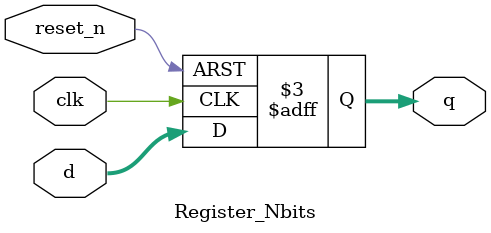
<source format=v>
module Register_Nbits 
#(parameter N=10 )//默认为10bits寄存器
(
    input               clk,
    input               reset_n,
    input  [N-1:0]      d,

    output reg [N-1:0]  q
);

always @(posedge clk or negedge reset_n) begin
    if(~reset_n)
        q<=0;
    else 
        q<=d;
end


endmodule //RegisterNbits
</source>
